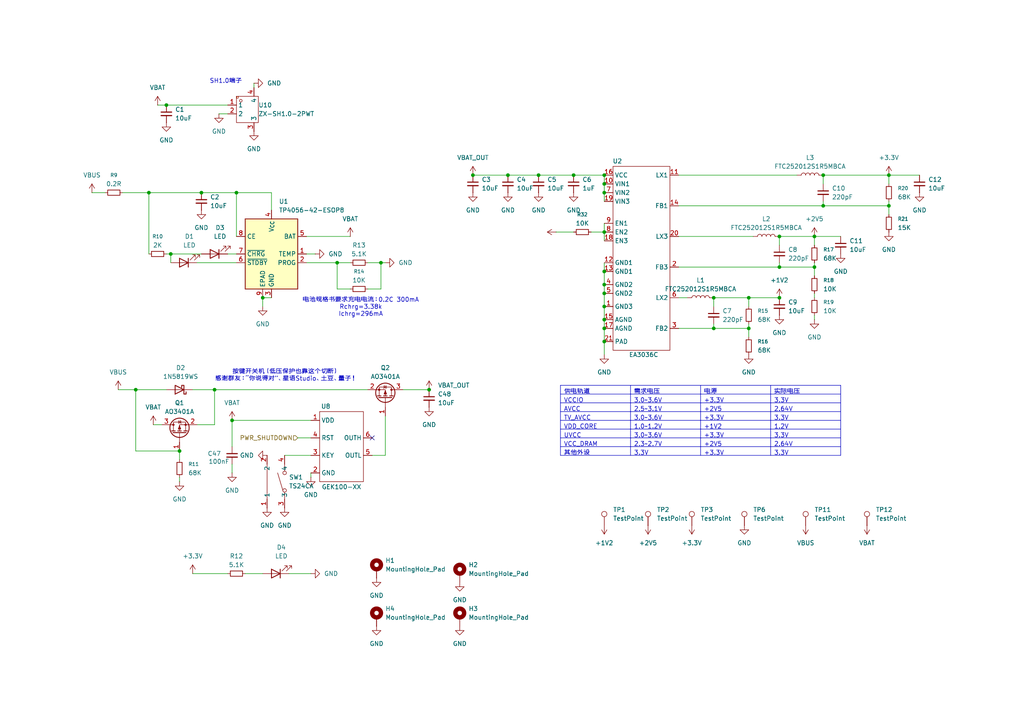
<source format=kicad_sch>
(kicad_sch (version 20250114) (generator "eeschema") (generator_version "9.0")
  (paper "A4")
  (title_block (title "明日方舟电子通行证") (date "2025-11-26") (rev "V0.3.1") (company "Shirogane Tsumugi") (comment 1 "V0.3 添加屏幕兼容接口，添加SD卡槽，优化布线") (comment 2 "V0.3.1 BUG修复") (comment 3 "土豆、星语Studio、爱莉希雅、所有复刻群友的支持！") (comment 4 "V0.3.2 生产优化。特别感谢：（不分先后）和光、薄云、烟雨、WXNA、"))
  (lib_symbols
    (symbol "Battery_Management:TP4056-42-ESOP8"
      (property "Reference" "U" (at -6.604 11.684 0))
      (property "Value" "TP4056-42-ESOP8" (at 10.16 11.684 0))
      (symbol "TP4056-42-ESOP8_1_0"
        (pin input line (at -10.16 5.08 0) (length 2.54) (name "CE") (number "8"))
        (pin open_collector line (at -10.16 0 0) (length 2.54) (name "~{CHRG}") (number "7"))
        (pin open_collector line (at -10.16 -2.54 0) (length 2.54) (name "~{STDBY}") (number "6"))
        (pin passive line (at -2.54 -12.7 90) (length 2.54) (name "EPAD") (number "9"))
        (pin power_in line (at 0 12.7 270) (length 2.54) (name "V_{CC}") (number "4"))
        (pin power_in line (at 0 -12.7 90) (length 2.54) (name "GND") (number "3"))
        (pin power_out line (at 10.16 5.08 180) (length 2.54) (name "BAT") (number "5"))
        (pin input line (at 10.16 0 180) (length 2.54) (name "TEMP") (number "1"))
        (pin passive line (at 10.16 -2.54 180) (length 2.54) (name "PROG") (number "2"))
      )
      (symbol "TP4056-42-ESOP8_1_1"
        (rectangle (start -7.62 10.16) (end 7.62 -10.16) (stroke (width 0.254)) (fill (type background)))
      )
    )
    (symbol "Connector:TestPoint" (pin_numbers (hide yes)) (pin_names (offset 0.762) (hide yes))
      (property "Reference" "TP" (at 0 6.858 0))
      (property "Value" "TestPoint" (at 0 5.08 0))
      (symbol "TestPoint_0_1"
        (circle (center 0 3.302) (radius 0.762))
      )
      (symbol "TestPoint_1_1"
        (pin passive line (at 0 0 90) (length 2.54) (name "1") (number "1"))
      )
    )
    (symbol "Device:C_Small" (pin_numbers (hide yes)) (pin_names (offset 0.254) (hide yes))
      (property "Reference" "C" (at 0.254 1.778 0))
      (property "Value" "C_Small" (at 0.254 -2.032 0))
      (symbol "C_Small_0_1"
        (polyline (pts (xy -1.524 0.508) (xy 1.524 0.508)) (stroke (width 0.3048)))
        (polyline (pts (xy -1.524 -0.508) (xy 1.524 -0.508)) (stroke (width 0.3302)))
      )
      (symbol "C_Small_1_1"
        (pin passive line (at 0 2.54 270) (length 2.032) (name "~") (number "1"))
        (pin passive line (at 0 -2.54 90) (length 2.032) (name "~") (number "2"))
      )
    )
    (symbol "Device:L" (pin_numbers (hide yes)) (pin_names (offset 1.016) (hide yes))
      (property "Reference" "L" (at -1.27 0 90))
      (property "Value" "L" (at 1.905 0 90))
      (symbol "L_0_1"
        (arc (start 0 2.54) (mid 0.6323 1.905) (end 0 1.27))
        (arc (start 0 1.27) (mid 0.6323 0.635) (end 0 0))
        (arc (start 0 0) (mid 0.6323 -0.635) (end 0 -1.27))
        (arc (start 0 -1.27) (mid 0.6323 -1.905) (end 0 -2.54))
      )
      (symbol "L_1_1"
        (pin passive line (at 0 3.81 270) (length 1.27) (name "1") (number "1"))
        (pin passive line (at 0 -3.81 90) (length 1.27) (name "2") (number "2"))
      )
    )
    (symbol "Device:LED" (pin_numbers (hide yes)) (pin_names (offset 1.016) (hide yes))
      (property "Reference" "D" (at 0 2.54 0))
      (property "Value" "LED" (at 0 -2.54 0))
      (symbol "LED_0_1"
        (polyline (pts (xy -3.048 -0.762) (xy -4.572 -2.286) (xy -3.81 -2.286) (xy -4.572 -2.286) (xy -4.572 -1.524)))
        (polyline (pts (xy -1.778 -0.762) (xy -3.302 -2.286) (xy -2.54 -2.286) (xy -3.302 -2.286) (xy -3.302 -1.524)))
        (polyline (pts (xy -1.27 0) (xy 1.27 0)))
        (polyline (pts (xy -1.27 -1.27) (xy -1.27 1.27)) (stroke (width 0.254)))
        (polyline (pts (xy 1.27 -1.27) (xy 1.27 1.27) (xy -1.27 0) (xy 1.27 -1.27)) (stroke (width 0.254)))
      )
      (symbol "LED_1_1"
        (pin passive line (at -3.81 0 0) (length 2.54) (name "K") (number "1"))
        (pin passive line (at 3.81 0 180) (length 2.54) (name "A") (number "2"))
      )
    )
    (symbol "Device:R_Small" (pin_numbers (hide yes)) (pin_names (offset 0.254) (hide yes))
      (property "Reference" "R" (at 0 0 90))
      (property "Value" "R_Small" (at 1.778 0 90))
      (symbol "R_Small_0_1"
        (rectangle (start -0.762 1.778) (end 0.762 -1.778) (stroke (width 0.2032)))
      )
      (symbol "R_Small_1_1"
        (pin passive line (at 0 2.54 270) (length 0.762) (name "~") (number "1"))
        (pin passive line (at 0 -2.54 90) (length 0.762) (name "~") (number "2"))
      )
    )
    (symbol "Diode:1N5819WS" (pin_numbers (hide yes)) (pin_names (offset 1.016) (hide yes))
      (property "Reference" "D" (at 0 2.54 0))
      (property "Value" "1N5819WS" (at 0 -2.54 0))
      (symbol "1N5819WS_0_1"
        (polyline (pts (xy -1.905 0.635) (xy -1.905 1.27) (xy -1.27 1.27) (xy -1.27 -1.27) (xy -0.635 -1.27) (xy -0.635 -0.635)) (stroke (width 0.254)))
        (polyline (pts (xy 1.27 1.27) (xy 1.27 -1.27) (xy -1.27 0) (xy 1.27 1.27)) (stroke (width 0.254)))
        (polyline (pts (xy 1.27 0) (xy -1.27 0)))
      )
      (symbol "1N5819WS_1_1"
        (pin passive line (at -3.81 0 0) (length 2.54) (name "K") (number "1"))
        (pin passive line (at 3.81 0 180) (length 2.54) (name "A") (number "2"))
      )
    )
    (symbol "EasyEDA:EA3036C"
      (property "Reference" "U" (at -7.874 33.02 0))
      (property "Value" "EA3036C" (at 0 -22.86 0))
      (symbol "EA3036C_0_1"
        (rectangle (start -8.89 31.75) (end 7.62 -21.59))
        (pin power_in line (at -11.43 29.21 0) (length 2.54) (name "VCC") (number "16"))
        (pin power_in line (at -11.43 26.67 0) (length 2.54) (name "VIN1") (number "10"))
        (pin power_in line (at -11.43 24.13 0) (length 2.54) (name "VIN2") (number "7"))
        (pin power_in line (at -11.43 21.59 0) (length 2.54) (name "VIN3") (number "19"))
        (pin input line (at -11.43 15.24 0) (length 2.54) (name "EN1") (number "9"))
        (pin input line (at -11.43 12.7 0) (length 2.54) (name "EN2") (number "8"))
        (pin input line (at -11.43 10.16 0) (length 2.54) (name "EN3") (number "18"))
        (pin power_in line (at -11.43 3.81 0) (length 2.54) (name "GND1") (number "12"))
        (pin power_in line (at -11.43 1.27 0) (length 2.54) (name "GND1") (number "13"))
        (pin power_in line (at -11.43 -2.54 0) (length 2.54) (name "GND2") (number "4"))
        (pin power_in line (at -11.43 -5.08 0) (length 2.54) (name "GND2") (number "5"))
        (pin power_in line (at -11.43 -8.89 0) (length 2.54) (name "GND3") (number "1"))
        (pin power_in line (at -11.43 -12.7 0) (length 2.54) (name "AGND") (number "15"))
        (pin power_in line (at -11.43 -15.24 0) (length 2.54) (name "AGND") (number "17"))
        (pin power_in line (at -11.43 -19.05 0) (length 2.54) (name "PAD") (number "21"))
        (pin unspecified line (at 10.16 29.21 180) (length 2.54) (name "LX1") (number "11"))
        (pin unspecified line (at 10.16 20.32 180) (length 2.54) (name "FB1") (number "14"))
        (pin unspecified line (at 10.16 11.43 180) (length 2.54) (name "LX3") (number "20"))
        (pin unspecified line (at 10.16 2.54 180) (length 2.54) (name "FB3") (number "2"))
        (pin unspecified line (at 10.16 -6.35 180) (length 2.54) (name "LX2") (number "6"))
        (pin unspecified line (at 10.16 -15.24 180) (length 2.54) (name "FB2") (number "3"))
      )
    )
    (symbol "EasyEDA:ZX-SH1.0-2PWT"
      (property "Reference" "U" (at 0 11.43 0))
      (property "Value" "ZX-SH1.0-2PWT" (at 0 -11.43 0))
      (symbol "ZX-SH1.0-2PWT_0_1"
        (rectangle (start -1.27 3.81) (end -0.76 3.3) (fill (type background)))
        (rectangle (start -1.27 3.81) (end 5.08 -3.81))
        (circle (center 0 2.54) (radius 0.38))
        (pin unspecified line (at -3.81 1.27 0) (length 2.54) (name "1") (number "1"))
        (pin unspecified line (at -3.81 -1.27 0) (length 2.54) (name "2") (number "2"))
        (pin unspecified line (at 3.81 6.35 270) (length 2.54) (name "4") (number "4"))
        (pin unspecified line (at 3.81 -6.35 90) (length 2.54) (name "3") (number "3"))
      )
    )
    (symbol "EasyEDA_old:TS24CA"
      (property "Reference" "SW" (at 0 7.62 0))
      (property "Value" "TS24CA" (at 0 -7.62 0))
      (symbol "TS24CA_0_1"
        (polyline (pts (xy -5.08 2.54) (xy 5.08 2.54)))
        (polyline (pts (xy -3.05 -2.54) (xy -5.08 -2.54)))
        (polyline (pts (xy -2.54 -2.03) (xy 2.54 -0.51) (xy 2.54 -0.51)))
        (circle (center -2.54 -2.54) (radius 0.51))
        (circle (center 2.54 -2.54) (radius 0.51))
        (polyline (pts (xy 3.05 -2.54) (xy 5.08 -2.54)))
        (pin unspecified line (at -7.62 2.54 0) (length 2.54) (name "1") (number "1"))
        (pin unspecified line (at -7.62 -2.54 0) (length 2.54) (name "3") (number "3"))
        (pin unspecified line (at 7.62 -2.54 180) (length 2.54) (name "4") (number "4"))
      )
      (symbol "TS24CA_1_1"
        (pin unspecified line (at 7.62 2.54 180) (length 2.54) (name "2") (number "2"))
      )
    )
    (symbol "Mechanical:MountingHole_Pad" (pin_numbers (hide yes)) (pin_names (offset 1.016) (hide yes)) (in_bom no)
      (property "Reference" "H" (at 0 6.35 0))
      (property "Value" "MountingHole_Pad" (at 0 4.445 0))
      (symbol "MountingHole_Pad_0_1"
        (circle (center 0 1.27) (radius 1.27) (stroke (width 1.27)))
      )
      (symbol "MountingHole_Pad_1_1"
        (pin input line (at 0 -2.54 90) (length 2.54) (name "1") (number "1"))
      )
    )
    (symbol "Transistor_FET:AO3401A" (pin_names (hide yes))
      (property "Reference" "Q" (at 5.08 1.905 0))
      (property "Value" "AO3401A" (at 5.08 0 0))
      (symbol "AO3401A_0_1"
        (polyline (pts (xy 0.254 1.905) (xy 0.254 -1.905)) (stroke (width 0.254)))
        (polyline (pts (xy 0.254 0) (xy -2.54 0)))
        (polyline (pts (xy 0.762 2.286) (xy 0.762 1.27)) (stroke (width 0.254)))
        (polyline (pts (xy 0.762 1.778) (xy 3.302 1.778) (xy 3.302 -1.778) (xy 0.762 -1.778)))
        (polyline (pts (xy 0.762 0.508) (xy 0.762 -0.508)) (stroke (width 0.254)))
        (polyline (pts (xy 0.762 -1.27) (xy 0.762 -2.286)) (stroke (width 0.254)))
        (circle (center 1.651 0) (radius 2.794) (stroke (width 0.254)))
        (polyline (pts (xy 2.286 0) (xy 1.27 0.381) (xy 1.27 -0.381) (xy 2.286 0)) (fill (type outline)))
        (polyline (pts (xy 2.54 2.54) (xy 2.54 1.778)))
        (circle (center 2.54 1.778) (radius 0.254) (fill (type outline)))
        (circle (center 2.54 -1.778) (radius 0.254) (fill (type outline)))
        (polyline (pts (xy 2.54 -2.54) (xy 2.54 0) (xy 0.762 0)))
        (polyline (pts (xy 2.794 -0.508) (xy 2.921 -0.381) (xy 3.683 -0.381) (xy 3.81 -0.254)))
        (polyline (pts (xy 3.302 -0.381) (xy 2.921 0.254) (xy 3.683 0.254) (xy 3.302 -0.381)))
      )
      (symbol "AO3401A_1_1"
        (pin input line (at -5.08 0 0) (length 2.54) (name "G") (number "1"))
        (pin passive line (at 2.54 5.08 270) (length 2.54) (name "D") (number "3"))
        (pin passive line (at 2.54 -5.08 90) (length 2.54) (name "S") (number "2"))
      )
    )
    (symbol "power:+1V2" (power) (pin_numbers (hide yes)) (pin_names (offset 0) (hide yes))
      (property "Value" "+1V2" (at 0 3.556 0))
      (symbol "+1V2_0_1"
        (polyline (pts (xy -0.762 1.27) (xy 0 2.54)))
        (polyline (pts (xy 0 2.54) (xy 0.762 1.27)))
        (polyline (pts (xy 0 0) (xy 0 2.54)))
      )
      (symbol "+1V2_1_1"
        (pin power_in line (at 0 0 90) (length 0) (name "~") (number "1"))
      )
    )
    (symbol "power:+2V5" (power) (pin_numbers (hide yes)) (pin_names (offset 0) (hide yes))
      (property "Value" "+2V5" (at 0 3.556 0))
      (symbol "+2V5_0_1"
        (polyline (pts (xy -0.762 1.27) (xy 0 2.54)))
        (polyline (pts (xy 0 2.54) (xy 0.762 1.27)))
        (polyline (pts (xy 0 0) (xy 0 2.54)))
      )
      (symbol "+2V5_1_1"
        (pin power_in line (at 0 0 90) (length 0) (name "~") (number "1"))
      )
    )
    (symbol "power:+3.3V" (power) (pin_numbers (hide yes)) (pin_names (offset 0) (hide yes))
      (property "Value" "+3.3V" (at 0 3.556 0))
      (symbol "+3.3V_0_1"
        (polyline (pts (xy -0.762 1.27) (xy 0 2.54)))
        (polyline (pts (xy 0 2.54) (xy 0.762 1.27)))
        (polyline (pts (xy 0 0) (xy 0 2.54)))
      )
      (symbol "+3.3V_1_1"
        (pin power_in line (at 0 0 90) (length 0) (name "~") (number "1"))
      )
    )
    (symbol "power:GND" (power) (pin_numbers (hide yes)) (pin_names (offset 0) (hide yes))
      (property "Value" "GND" (at 0 -3.81 0))
      (symbol "GND_0_1"
        (polyline (pts (xy 0 0) (xy 0 -1.27) (xy 1.27 -1.27) (xy 0 -2.54) (xy -1.27 -1.27) (xy 0 -1.27)))
      )
      (symbol "GND_1_1"
        (pin power_in line (at 0 0 270) (length 0) (name "~") (number "1"))
      )
    )
    (symbol "power:VBUS" (power) (pin_numbers (hide yes)) (pin_names (offset 0) (hide yes))
      (property "Value" "VBUS" (at 0 3.556 0))
      (symbol "VBUS_0_1"
        (polyline (pts (xy -0.762 1.27) (xy 0 2.54)))
        (polyline (pts (xy 0 2.54) (xy 0.762 1.27)))
        (polyline (pts (xy 0 0) (xy 0 2.54)))
      )
      (symbol "VBUS_1_1"
        (pin power_in line (at 0 0 90) (length 0) (name "~") (number "1"))
      )
    )
    (symbol "shirogane:GEK100-XX"
      (property "Reference" "U" (at -5.334 11.684 0))
      (property "Value" "GEK100-XX" (at -0.254 -11.43 0))
      (symbol "GEK100-XX_0_1"
        (rectangle (start -6.35 10.16) (end 6.35 -10.16))
      )
      (symbol "GEK100-XX_1_1"
        (pin power_in line (at -8.89 7.62 0) (length 2.54) (name "VDD") (number "1"))
        (pin input line (at -8.89 2.54 0) (length 2.54) (name "RST") (number "4"))
        (pin input line (at -8.89 -2.54 0) (length 2.54) (name "KEY") (number "3"))
        (pin power_in line (at -8.89 -7.62 0) (length 2.54) (name "GND") (number "2"))
        (pin output line (at 8.89 2.54 180) (length 2.54) (name "OUTH") (number "6"))
        (pin output line (at 8.89 -2.54 180) (length 2.54) (name "OUTL") (number "5"))
      )
    )
  )
  (text "按键开关机（低压保护也靠这个切断）\n感谢群友：“你说得对”、星语Studio、土豆、量子！" (at 82.804 108.966 0) (effects (font (size 1.27 1.27))))
  (text "SH1.0端子" (at 65.532 23.622 0) (effects (font (size 1.27 1.27))))
  (text "电池规格书要求充电电流：0.2C 300mA\nRchrg=3.38k\nIchrg=296mA" (at 104.648 89.154 0) (effects (font (size 1.27 1.27))))
  (junction (at 156.21 50.8))
  (junction (at 175.26 50.8))
  (junction (at 238.76 59.69))
  (junction (at 238.76 50.8))
  (junction (at 226.06 68.58))
  (junction (at 207.01 95.25))
  (junction (at 207.01 86.36))
  (junction (at 67.31 121.92))
  (junction (at 49.53 73.66))
  (junction (at 39.37 113.03))
  (junction (at 58.42 55.88))
  (junction (at 97.79 76.2))
  (junction (at 76.2 86.36))
  (junction (at 175.26 88.9))
  (junction (at 175.26 67.31))
  (junction (at 166.37 50.8))
  (junction (at 257.81 59.69))
  (junction (at 236.22 77.47))
  (junction (at 175.26 82.55))
  (junction (at 175.26 85.09))
  (junction (at 175.26 53.34))
  (junction (at 48.26 30.48))
  (junction (at 226.06 77.47))
  (junction (at 137.16 50.8))
  (junction (at 236.22 68.58))
  (junction (at 124.46 113.03))
  (junction (at 68.58 55.88))
  (junction (at 257.81 50.8))
  (junction (at 217.17 95.25))
  (junction (at 175.26 55.88))
  (junction (at 43.18 55.88))
  (junction (at 110.49 76.2))
  (junction (at 147.32 50.8))
  (junction (at 175.26 99.06))
  (junction (at 175.26 92.71))
  (junction (at 62.23 113.03))
  (junction (at 175.26 78.74))
  (junction (at 217.17 86.36))
  (junction (at 226.06 86.36))
  (junction (at 175.26 95.25))
  (junction (at 52.07 130.81))
  (no_connect (at 107.95 127))
  (wire (pts (xy 175.26 50.8) (xy 175.26 53.34)))
  (wire (pts (xy 39.37 113.03) (xy 48.26 113.03)))
  (wire (pts (xy 39.37 130.81) (xy 52.07 130.81)))
  (wire (pts (xy 236.22 68.58) (xy 243.84 68.58)))
  (wire (pts (xy 49.53 73.66) (xy 58.42 73.66)))
  (wire (pts (xy 166.37 67.31) (xy 161.29 67.31)))
  (wire (pts (xy 166.37 50.8) (xy 175.26 50.8)))
  (wire (pts (xy 110.49 83.82) (xy 110.49 76.2)))
  (wire (pts (xy 39.37 113.03) (xy 34.29 113.03)))
  (wire (pts (xy 207.01 86.36) (xy 217.17 86.36)))
  (wire (pts (xy 238.76 50.8) (xy 238.76 53.34)))
  (wire (pts (xy 257.81 50.8) (xy 257.81 53.34)))
  (wire (pts (xy 175.26 82.55) (xy 175.26 85.09)))
  (wire (pts (xy 73.66 24.13) (xy 73.66 25.4)))
  (wire (pts (xy 45.72 30.48) (xy 48.26 30.48)))
  (wire (pts (xy 43.18 55.88) (xy 43.18 73.66)))
  (wire (pts (xy 101.6 83.82) (xy 97.79 83.82)))
  (wire (pts (xy 68.58 55.88) (xy 68.58 68.58)))
  (wire (pts (xy 26.67 55.88) (xy 30.48 55.88)))
  (wire (pts (xy 137.16 50.8) (xy 147.32 50.8)))
  (wire (pts (xy 196.85 68.58) (xy 218.44 68.58)))
  (wire (pts (xy 58.42 55.88) (xy 68.58 55.88)))
  (wire (pts (xy 217.17 93.98) (xy 217.17 95.25)))
  (wire (pts (xy 49.53 73.66) (xy 49.53 76.2)))
  (wire (pts (xy 236.22 68.58) (xy 236.22 71.12)))
  (wire (pts (xy 147.32 50.8) (xy 156.21 50.8)))
  (wire (pts (xy 90.17 137.16) (xy 90.17 138.43)))
  (wire (pts (xy 67.31 137.16) (xy 67.31 134.62)))
  (wire (pts (xy 226.06 68.58) (xy 226.06 71.12)))
  (wire (pts (xy 116.84 113.03) (xy 124.46 113.03)))
  (wire (pts (xy 236.22 92.71) (xy 236.22 91.44)))
  (wire (pts (xy 68.58 55.88) (xy 78.74 55.88)))
  (wire (pts (xy 76.2 88.9) (xy 76.2 86.36)))
  (wire (pts (xy 62.23 123.19) (xy 57.15 123.19)))
  (wire (pts (xy 101.6 68.58) (xy 88.9 68.58)))
  (wire (pts (xy 90.17 166.37) (xy 83.82 166.37)))
  (wire (pts (xy 175.26 53.34) (xy 175.26 55.88)))
  (wire (pts (xy 226.06 68.58) (xy 236.22 68.58)))
  (wire (pts (xy 175.26 64.77) (xy 175.26 67.31)))
  (wire (pts (xy 238.76 59.69) (xy 257.81 59.69)))
  (wire (pts (xy 67.31 129.54) (xy 67.31 121.92)))
  (wire (pts (xy 236.22 77.47) (xy 236.22 80.01)))
  (wire (pts (xy 175.26 67.31) (xy 175.26 69.85)))
  (wire (pts (xy 257.81 50.8) (xy 266.7 50.8)))
  (wire (pts (xy 62.23 113.03) (xy 106.68 113.03)))
  (wire (pts (xy 175.26 92.71) (xy 175.26 95.25)))
  (wire (pts (xy 196.85 59.69) (xy 238.76 59.69)))
  (wire (pts (xy 207.01 95.25) (xy 217.17 95.25)))
  (wire (pts (xy 207.01 86.36) (xy 207.01 88.9)))
  (wire (pts (xy 217.17 86.36) (xy 217.17 88.9)))
  (wire (pts (xy 97.79 76.2) (xy 101.6 76.2)))
  (wire (pts (xy 63.5 33.02) (xy 66.04 33.02)))
  (wire (pts (xy 175.26 99.06) (xy 175.26 102.87)))
  (wire (pts (xy 52.07 133.35) (xy 52.07 130.81)))
  (wire (pts (xy 35.56 55.88) (xy 43.18 55.88)))
  (wire (pts (xy 236.22 76.2) (xy 236.22 77.47)))
  (wire (pts (xy 110.49 76.2) (xy 106.68 76.2)))
  (wire (pts (xy 44.45 123.19) (xy 46.99 123.19)))
  (wire (pts (xy 52.07 139.7) (xy 52.07 138.43)))
  (wire (pts (xy 217.17 95.25) (xy 217.17 97.79)))
  (wire (pts (xy 55.88 166.37) (xy 66.04 166.37)))
  (wire (pts (xy 236.22 86.36) (xy 236.22 85.09)))
  (wire (pts (xy 62.23 113.03) (xy 62.23 123.19)))
  (wire (pts (xy 196.85 77.47) (xy 226.06 77.47)))
  (wire (pts (xy 226.06 86.36) (xy 217.17 86.36)))
  (wire (pts (xy 238.76 50.8) (xy 257.81 50.8)))
  (wire (pts (xy 196.85 95.25) (xy 207.01 95.25)))
  (wire (pts (xy 175.26 85.09) (xy 175.26 88.9)))
  (wire (pts (xy 48.26 73.66) (xy 49.53 73.66)))
  (wire (pts (xy 175.26 78.74) (xy 175.26 82.55)))
  (wire (pts (xy 175.26 55.88) (xy 175.26 58.42)))
  (wire (pts (xy 171.45 67.31) (xy 175.26 67.31)))
  (wire (pts (xy 88.9 76.2) (xy 97.79 76.2)))
  (wire (pts (xy 111.76 120.65) (xy 111.76 132.08)))
  (wire (pts (xy 97.79 83.82) (xy 97.79 76.2)))
  (wire (pts (xy 66.04 73.66) (xy 68.58 73.66)))
  (wire (pts (xy 90.17 127) (xy 86.36 127)))
  (wire (pts (xy 196.85 50.8) (xy 231.14 50.8)))
  (wire (pts (xy 57.15 76.2) (xy 68.58 76.2)))
  (wire (pts (xy 226.06 77.47) (xy 236.22 77.47)))
  (wire (pts (xy 82.55 132.08) (xy 90.17 132.08)))
  (wire (pts (xy 175.26 88.9) (xy 175.26 92.71)))
  (wire (pts (xy 48.26 30.48) (xy 66.04 30.48)))
  (wire (pts (xy 196.85 86.36) (xy 199.39 86.36)))
  (wire (pts (xy 76.2 86.36) (xy 78.74 86.36)))
  (wire (pts (xy 107.95 132.08) (xy 111.76 132.08)))
  (wire (pts (xy 207.01 93.98) (xy 207.01 95.25)))
  (wire (pts (xy 226.06 76.2) (xy 226.06 77.47)))
  (wire (pts (xy 39.37 113.03) (xy 39.37 130.81)))
  (wire (pts (xy 257.81 59.69) (xy 257.81 62.23)))
  (wire (pts (xy 78.74 55.88) (xy 78.74 60.96)))
  (wire (pts (xy 238.76 58.42) (xy 238.76 59.69)))
  (wire (pts (xy 175.26 95.25) (xy 175.26 99.06)))
  (wire (pts (xy 88.9 73.66) (xy 91.44 73.66)))
  (wire (pts (xy 106.68 83.82) (xy 110.49 83.82)))
  (wire (pts (xy 111.76 76.2) (xy 110.49 76.2)))
  (wire (pts (xy 43.18 55.88) (xy 58.42 55.88)))
  (wire (pts (xy 175.26 76.2) (xy 175.26 78.74)))
  (wire (pts (xy 156.21 50.8) (xy 166.37 50.8)))
  (wire (pts (xy 257.81 58.42) (xy 257.81 59.69)))
  (wire (pts (xy 67.31 121.92) (xy 90.17 121.92)))
  (wire (pts (xy 76.2 166.37) (xy 71.12 166.37)))
  (wire (pts (xy 55.88 113.03) (xy 62.23 113.03)))
  (table (column_count 4) (border (external yes) (header yes)) (separators (rows yes) (cols yes)) (column_widths 20.32 20.32 20.32 20.32) (row_heights 2.54 2.54 2.54 2.54 2.54 2.54 2.54 2.54) (cells (table_cell "供电轨道" (at 162.56 111.76 0) (size 20.32 2.54) (margins 0.9525 0.9525 0.9525 0.9525) (span 1 1)) (table_cell "需求电压" (at 182.88 111.76 0) (size 20.32 2.54) (margins 0.9525 0.9525 0.9525 0.9525) (span 1 1)) (table_cell "电源" (at 203.2 111.76 0) (size 20.32 2.54) (margins 0.9525 0.9525 0.9525 0.9525) (span 1 1)) (table_cell "实际电压" (at 223.52 111.76 0) (size 20.32 2.54) (margins 0.9525 0.9525 0.9525 0.9525) (span 1 1)) (table_cell "VCCIO" (at 162.56 114.3 0) (size 20.32 2.54) (margins 0.9525 0.9525 0.9525 0.9525) (span 1 1)) (table_cell "3.0~3.6V" (at 182.88 114.3 0) (size 20.32 2.54) (margins 0.9525 0.9525 0.9525 0.9525) (span 1 1)) (table_cell "+3.3V" (at 203.2 114.3 0) (size 20.32 2.54) (margins 0.9525 0.9525 0.9525 0.9525) (span 1 1)) (table_cell "3.3V" (at 223.52 114.3 0) (size 20.32 2.54) (margins 0.9525 0.9525 0.9525 0.9525) (span 1 1)) (table_cell "AVCC" (at 162.56 116.84 0) (size 20.32 2.54) (margins 0.9525 0.9525 0.9525 0.9525) (span 1 1)) (table_cell "2.5~3.1V" (at 182.88 116.84 0) (size 20.32 2.54) (margins 0.9525 0.9525 0.9525 0.9525) (span 1 1)) (table_cell "+2V5" (at 203.2 116.84 0) (size 20.32 2.54) (margins 0.9525 0.9525 0.9525 0.9525) (span 1 1)) (table_cell "2.64V" (at 223.52 116.84 0) (size 20.32 2.54) (margins 0.9525 0.9525 0.9525 0.9525) (span 1 1)) (table_cell "TV_AVCC" (at 162.56 119.38 0) (size 20.32 2.54) (margins 0.9525 0.9525 0.9525 0.9525) (span 1 1)) (table_cell "3.0~3.6V" (at 182.88 119.38 0) (size 20.32 2.54) (margins 0.9525 0.9525 0.9525 0.9525) (span 1 1)) (table_cell "+3.3V" (at 203.2 119.38 0) (size 20.32 2.54) (margins 0.9525 0.9525 0.9525 0.9525) (span 1 1)) (table_cell "3.3V" (at 223.52 119.38 0) (size 20.32 2.54) (margins 0.9525 0.9525 0.9525 0.9525) (span 1 1)) (table_cell "VDD_CORE" (at 162.56 121.92 0) (size 20.32 2.54) (margins 0.9525 0.9525 0.9525 0.9525) (span 1 1)) (table_cell "1.0~1.2V" (at 182.88 121.92 0) (size 20.32 2.54) (margins 0.9525 0.9525 0.9525 0.9525) (span 1 1)) (table_cell "+1V2" (at 203.2 121.92 0) (size 20.32 2.54) (margins 0.9525 0.9525 0.9525 0.9525) (span 1 1)) (table_cell "1.2V" (at 223.52 121.92 0) (size 20.32 2.54) (margins 0.9525 0.9525 0.9525 0.9525) (span 1 1)) (table_cell "UVCC" (at 162.56 124.46 0) (size 20.32 2.54) (margins 0.9525 0.9525 0.9525 0.9525) (span 1 1)) (table_cell "3.0~3.6V" (at 182.88 124.46 0) (size 20.32 2.54) (margins 0.9525 0.9525 0.9525 0.9525) (span 1 1)) (table_cell "+3.3V" (at 203.2 124.46 0) (size 20.32 2.54) (margins 0.9525 0.9525 0.9525 0.9525) (span 1 1)) (table_cell "3.3V" (at 223.52 124.46 0) (size 20.32 2.54) (margins 0.9525 0.9525 0.9525 0.9525) (span 1 1)) (table_cell "VCC_DRAM" (at 162.56 127 0) (size 20.32 2.54) (margins 0.9525 0.9525 0.9525 0.9525) (span 1 1)) (table_cell "2.3~2.7V" (at 182.88 127 0) (size 20.32 2.54) (margins 0.9525 0.9525 0.9525 0.9525) (span 1 1)) (table_cell "+2V5" (at 203.2 127 0) (size 20.32 2.54) (margins 0.9525 0.9525 0.9525 0.9525) (span 1 1)) (table_cell "2.64V" (at 223.52 127 0) (size 20.32 2.54) (margins 0.9525 0.9525 0.9525 0.9525) (span 1 1)) (table_cell "其他外设" (at 162.56 129.54 0) (size 20.32 2.54) (margins 0.9525 0.9525 0.9525 0.9525) (span 1 1)) (table_cell "3.3V" (at 182.88 129.54 0) (size 20.32 2.54) (margins 0.9525 0.9525 0.9525 0.9525) (span 1 1)) (table_cell "+3.3V" (at 203.2 129.54 0) (size 20.32 2.54) (margins 0.9525 0.9525 0.9525 0.9525) (span 1 1)) (table_cell "3.3V" (at 223.52 129.54 0) (size 20.32 2.54) (margins 0.9525 0.9525 0.9525 0.9525) (span 1 1))))
  (hierarchical_label "PWR_SHUTDOWN" (shape input) (at 86.36 127 180))
  (symbol (lib_id "power:+3.3V") (at 55.88 166.37 0) (unit 1)
    (property "Reference" "#PWR010" (effects (hide yes)))
    (property "Value" "+3.3V" (at 55.88 161.29 0))
    (property "Description" "Power symbol creates a global label with name \"+3.3V\"" (effects (hide yes)))
  )
  (symbol (lib_id "Device:C_Small") (at 226.06 88.9 0) (unit 1)
    (property "Reference" "C9" (at 228.6 87.6362 0) (effects (justify left)))
    (property "Value" "10uF" (at 228.6 90.1762 0) (effects (justify left)))
    (property "Footprint" "Capacitor_SMD:C_0603_1608Metric" (effects (hide yes)))
    (property "Description" "Unpolarized capacitor, small symbol" (effects (hide yes)))
  )
  (symbol (lib_id "power:GND") (at 76.2 88.9 0) (unit 1)
    (property "Reference" "#PWR017" (effects (hide yes)))
    (property "Value" "GND" (at 76.2 93.98 0))
    (property "Description" "Power symbol creates a global label with name \"GND\" , ground" (effects (hide yes)))
  )
  (symbol (lib_id "Connector:TestPoint") (at 175.26 152.4 0) (unit 1)
    (property "Reference" "TP1" (at 177.8 147.8279 0) (effects (justify left)))
    (property "Value" "TestPoint" (at 177.8 150.3679 0) (effects (justify left)))
    (property "Footprint" "TestPoint:TestPoint_Pad_D1.0mm" (effects (hide yes)))
    (property "Description" "test point" (effects (hide yes)))
  )
  (symbol (lib_id "Device:C_Small") (at 266.7 53.34 0) (unit 1)
    (property "Reference" "C12" (at 269.24 52.0762 0) (effects (justify left)))
    (property "Value" "10uF" (at 269.24 54.6162 0) (effects (justify left)))
    (property "Footprint" "Capacitor_SMD:C_0603_1608Metric" (effects (hide yes)))
    (property "Description" "Unpolarized capacitor, small symbol" (effects (hide yes)))
  )
  (symbol (lib_id "Device:L") (at 222.25 68.58 90) (unit 1)
    (property "Reference" "L2" (at 222.25 63.5 90))
    (property "Value" "FTC252012S1R5MBCA" (at 222.25 66.04 90))
    (property "Footprint" "EasyEDA:IND-SMD_L2.5-W2.0-VLS252012CX-150M" (effects (hide yes)))
    (property "Description" "Inductor" (effects (hide yes)))
  )
  (symbol (lib_id "power:GND") (at 63.5 33.02 0) (unit 1)
    (property "Reference" "#PWR016" (effects (hide yes)))
    (property "Value" "GND" (at 63.5 38.1 0))
    (property "Description" "Power symbol creates a global label with name \"GND\" , ground" (effects (hide yes)))
  )
  (symbol (lib_id "Device:L") (at 203.2 86.36 90) (unit 1)
    (property "Reference" "L1" (at 203.2 81.28 90))
    (property "Value" "FTC252012S1R5MBCA" (at 203.2 83.82 90))
    (property "Footprint" "EasyEDA:IND-SMD_L2.5-W2.0-VLS252012CX-150M" (effects (hide yes)))
    (property "Description" "Inductor" (effects (hide yes)))
  )
  (symbol (lib_id "power:GND") (at 266.7 55.88 0) (unit 1)
    (property "Reference" "#PWR037" (effects (hide yes)))
    (property "Value" "GND" (at 266.7 60.96 0))
    (property "Description" "Power symbol creates a global label with name \"GND\" , ground" (effects (hide yes)))
  )
  (symbol (lib_id "Device:C_Small") (at 67.31 132.08 0) (unit 1)
    (property "Reference" "C47" (at 60.198 131.572 0) (effects (justify left)))
    (property "Value" "100nF" (at 60.452 133.858 0) (effects (justify left)))
    (property "Footprint" "Capacitor_SMD:C_0603_1608Metric" (effects (hide yes)))
    (property "Description" "Unpolarized capacitor, small symbol" (effects (hide yes)))
  )
  (symbol (lib_id "power:GND") (at 257.81 67.31 0) (unit 1)
    (property "Reference" "#PWR036" (effects (hide yes)))
    (property "Value" "GND" (at 257.81 72.39 0))
    (property "Description" "Power symbol creates a global label with name \"GND\" , ground" (effects (hide yes)))
  )
  (symbol (lib_id "power:GND") (at 109.22 181.61 0) (mirror y) (unit 1)
    (property "Reference" "#PWR0125" (effects (hide yes)))
    (property "Value" "GND" (at 109.22 186.69 0))
    (property "Description" "Power symbol creates a global label with name \"GND\" , ground" (effects (hide yes)))
  )
  (symbol (lib_id "Device:R_Small") (at 236.22 88.9 180) (unit 1)
    (property "Reference" "R19" (at 238.76 87.6299 0) (effects (font (size 1.016 1.016)) (justify right)))
    (property "Value" "10K" (at 238.76 90.1699 0) (effects (justify right)))
    (property "Footprint" "Resistor_SMD:R_0603_1608Metric" (effects (hide yes)))
    (property "Description" "Resistor, small symbol" (effects (hide yes)))
  )
  (symbol (lib_id "power:GND") (at 82.55 147.32 0) (mirror y) (unit 1)
    (property "Reference" "#PWR0157" (effects (hide yes)))
    (property "Value" "GND" (at 82.55 152.4 0))
    (property "Description" "Power symbol creates a global label with name \"GND\" , ground" (effects (hide yes)))
  )
  (symbol (lib_id "power:GND") (at 67.31 137.16 0) (mirror y) (unit 1)
    (property "Reference" "#PWR0151" (effects (hide yes)))
    (property "Value" "GND" (at 67.31 142.24 0))
    (property "Description" "Power symbol creates a global label with name \"GND\" , ground" (effects (hide yes)))
  )
  (symbol (lib_id "power:+2V5") (at 236.22 68.58 0) (unit 1)
    (property "Reference" "#PWR032" (effects (hide yes)))
    (property "Value" "+2V5" (at 236.22 63.5 0))
    (property "Description" "Power symbol creates a global label with name \"+2V5\"" (effects (hide yes)))
  )
  (symbol (lib_id "power:GND") (at 73.66 24.13 90) (unit 1)
    (property "Reference" "#PWR0113" (effects (hide yes)))
    (property "Value" "GND" (at 77.47 24.1299 90) (effects (justify right)))
    (property "Description" "Power symbol creates a global label with name \"GND\" , ground" (effects (hide yes)))
  )
  (symbol (lib_id "power:GND") (at 109.22 167.64 0) (mirror y) (unit 1)
    (property "Reference" "#PWR0124" (effects (hide yes)))
    (property "Value" "GND" (at 109.22 172.72 0))
    (property "Description" "Power symbol creates a global label with name \"GND\" , ground" (effects (hide yes)))
  )
  (symbol (lib_id "power:GND") (at 90.17 166.37 90) (unit 1)
    (property "Reference" "#PWR018" (effects (hide yes)))
    (property "Value" "GND" (at 93.98 166.3699 90) (effects (justify right)))
    (property "Description" "Power symbol creates a global label with name \"GND\" , ground" (effects (hide yes)))
  )
  (symbol (lib_id "power:GND") (at 226.06 91.44 0) (unit 1)
    (property "Reference" "#PWR031" (effects (hide yes)))
    (property "Value" "GND" (at 226.06 96.52 0))
    (property "Description" "Power symbol creates a global label with name \"GND\" , ground" (effects (hide yes)))
  )
  (symbol (lib_id "Device:R_Small") (at 104.14 83.82 270) (unit 1)
    (property "Reference" "R14" (at 104.14 78.74 90) (effects (font (size 1.016 1.016))))
    (property "Value" "10K" (at 104.14 81.28 90))
    (property "Footprint" "Resistor_SMD:R_0603_1608Metric" (effects (hide yes)))
    (property "Description" "Resistor, small symbol" (effects (hide yes)))
  )
  (symbol (lib_id "power:GND") (at 91.44 73.66 90) (unit 1)
    (property "Reference" "#PWR021" (effects (hide yes)))
    (property "Value" "GND" (at 95.25 73.6599 90) (effects (justify right)))
    (property "Description" "Power symbol creates a global label with name \"GND\" , ground" (effects (hide yes)))
  )
  (symbol (lib_id "Device:R_Small") (at 257.81 64.77 180) (unit 1)
    (property "Reference" "R21" (at 260.35 63.4999 0) (effects (font (size 1.016 1.016)) (justify right)))
    (property "Value" "15K" (at 260.35 66.0399 0) (effects (justify right)))
    (property "Footprint" "Resistor_SMD:R_0603_1608Metric" (effects (hide yes)))
    (property "Description" "Resistor, small symbol" (effects (hide yes)))
  )
  (symbol (lib_id "Device:C_Small") (at 243.84 71.12 0) (unit 1)
    (property "Reference" "C11" (at 246.38 69.8562 0) (effects (justify left)))
    (property "Value" "10uF" (at 246.38 72.3962 0) (effects (justify left)))
    (property "Footprint" "Capacitor_SMD:C_0603_1608Metric" (effects (hide yes)))
    (property "Description" "Unpolarized capacitor, small symbol" (effects (hide yes)))
  )
  (symbol (lib_id "Device:R_Small") (at 45.72 73.66 90) (unit 1)
    (property "Reference" "R10" (at 45.72 68.58 90) (effects (font (size 1.016 1.016))))
    (property "Value" "2K" (at 45.72 71.12 90))
    (property "Footprint" "Resistor_SMD:R_0603_1608Metric" (effects (hide yes)))
    (property "Description" "Resistor, small symbol" (effects (hide yes)))
  )
  (symbol (lib_id "power:GND") (at 90.17 138.43 0) (mirror y) (unit 1)
    (property "Reference" "#PWR0140" (effects (hide yes)))
    (property "Value" "GND" (at 90.17 143.51 0))
    (property "Description" "Power symbol creates a global label with name \"GND\" , ground" (effects (hide yes)))
  )
  (symbol (lib_id "Device:R_Small") (at 217.17 100.33 180) (unit 1)
    (property "Reference" "R16" (at 219.71 99.0599 0) (effects (font (size 1.016 1.016)) (justify right)))
    (property "Value" "68K" (at 219.71 101.5999 0) (effects (justify right)))
    (property "Footprint" "Resistor_SMD:R_0603_1608Metric" (effects (hide yes)))
    (property "Description" "Resistor, small symbol" (effects (hide yes)))
  )
  (symbol (lib_id "power:VBUS") (at 44.45 123.19 0) (unit 1)
    (property "Reference" "#PWR013" (effects (hide yes)))
    (property "Value" "VBAT" (at 44.45 118.11 0))
    (property "Description" "Power symbol creates a global label with name \"VBUS\"" (effects (hide yes)))
  )
  (symbol (lib_id "Connector:TestPoint") (at 233.68 152.4 0) (unit 1)
    (property "Reference" "TP11" (at 236.22 147.8279 0) (effects (justify left)))
    (property "Value" "TestPoint" (at 236.22 150.3679 0) (effects (justify left)))
    (property "Footprint" "TestPoint:TestPoint_Pad_D1.0mm" (effects (hide yes)))
    (property "Description" "test point" (effects (hide yes)))
  )
  (symbol (lib_id "power:VBUS") (at 67.31 121.92 0) (unit 1)
    (property "Reference" "#PWR025" (effects (hide yes)))
    (property "Value" "VBAT" (at 67.31 116.84 0))
    (property "Description" "Power symbol creates a global label with name \"VBUS\"" (effects (hide yes)))
  )
  (symbol (lib_id "power:GND") (at 215.9 152.4 0) (mirror y) (unit 1)
    (property "Reference" "#PWR0101" (effects (hide yes)))
    (property "Value" "GND" (at 215.9 157.48 0))
    (property "Description" "Power symbol creates a global label with name \"GND\" , ground" (effects (hide yes)))
  )
  (symbol (lib_id "Connector:TestPoint") (at 187.96 152.4 0) (unit 1)
    (property "Reference" "TP2" (at 190.5 147.8279 0) (effects (justify left)))
    (property "Value" "TestPoint" (at 190.5 150.3679 0) (effects (justify left)))
    (property "Footprint" "TestPoint:TestPoint_Pad_D1.0mm" (effects (hide yes)))
    (property "Description" "test point" (effects (hide yes)))
  )
  (symbol (lib_id "Mechanical:MountingHole_Pad") (at 109.22 179.07 0) (unit 1) (in_bom no)
    (property "Reference" "H4" (at 111.76 176.5299 0) (effects (justify left)))
    (property "Value" "MountingHole_Pad" (at 111.76 179.0699 0) (effects (justify left)))
    (property "Footprint" "MountingHole:MountingHole_2.7mm_M2.5_DIN965_Pad" (effects (hide yes)))
    (property "Description" "Mounting Hole with connection" (effects (hide yes)))
  )
  (symbol (lib_id "shirogane:GEK100-XX") (at 99.06 129.54 0) (unit 1)
    (property "Reference" "U8" (at 94.488 117.856 0))
    (property "Value" "GEK100-XX" (at 99.06 141.224 0))
    (property "Footprint" "Package_TO_SOT_SMD:SOT-23-6" (effects (hide yes)))
    (property "Description" "GEK100_XX 系列是一款有防抖能力的单按键下降沿触发开关双稳态芯片\n单按键下降沿触发开关双稳态芯片，支持去\n抖，与系统配合支持长按、双击、RST 软复\n位硬关机等功能" (effects (hide yes)))
  )
  (symbol (lib_id "Device:LED") (at 80.01 166.37 180) (unit 1)
    (property "Reference" "D4" (at 81.5975 158.75 0))
    (property "Value" "LED" (at 81.5975 161.29 0))
    (property "Footprint" "LED_SMD:LED_0805_2012Metric" (effects (hide yes)))
    (property "Description" "Light emitting diode" (effects (hide yes)))
    (property "Sim.Pins" "1=K 2=A" (effects (hide yes)))
  )
  (symbol (lib_id "power:GND") (at 124.46 118.11 0) (unit 1)
    (property "Reference" "#PWR0158" (effects (hide yes)))
    (property "Value" "GND" (at 124.46 123.19 0))
    (property "Description" "Power symbol creates a global label with name \"GND\" , ground" (effects (hide yes)))
  )
  (symbol (lib_id "EasyEDA:EA3036C") (at 186.69 80.01 0) (unit 1)
    (property "Reference" "U2" (at 179.07 46.736 0))
    (property "Value" "EA3036C" (at 186.69 102.87 0))
    (property "Footprint" "EasyEDA:WQFN-20_L3.0-W3.0-P0.40-BL-EP" (effects (hide yes)))
    (property "Datasheet" "https://lcsc.com/product-detail/PMIC-Battery-Management_Everanalog-IC-design-EA3036C_C570857.html" (effects (hide yes)))
    (property "LCSC Part" "C570857" (effects (hide yes)))
  )
  (symbol (lib_id "Mechanical:MountingHole_Pad") (at 133.35 179.07 0) (unit 1) (in_bom no)
    (property "Reference" "H3" (at 135.89 176.5299 0) (effects (justify left)))
    (property "Value" "MountingHole_Pad" (at 135.89 179.0699 0) (effects (justify left)))
    (property "Footprint" "MountingHole:MountingHole_2.7mm_M2.5_DIN965_Pad" (effects (hide yes)))
    (property "Description" "Mounting Hole with connection" (effects (hide yes)))
  )
  (symbol (lib_id "Device:R_Small") (at 33.02 55.88 90) (unit 1)
    (property "Reference" "R9" (at 33.02 50.8 90) (effects (font (size 1.016 1.016))))
    (property "Value" "0.2R" (at 33.02 53.34 90))
    (property "Footprint" "Resistor_SMD:R_0805_2012Metric" (effects (hide yes)))
    (property "Description" "Resistor, small symbol" (effects (hide yes)))
  )
  (symbol (lib_id "power:GND") (at 147.32 55.88 0) (unit 1)
    (property "Reference" "#PWR024" (effects (hide yes)))
    (property "Value" "GND" (at 147.32 60.96 0))
    (property "Description" "Power symbol creates a global label with name \"GND\" , ground" (effects (hide yes)))
  )
  (symbol (lib_id "Device:L") (at 234.95 50.8 90) (unit 1)
    (property "Reference" "L3" (at 234.95 45.72 90))
    (property "Value" "FTC252012S1R5MBCA" (at 234.95 48.26 90))
    (property "Footprint" "EasyEDA:IND-SMD_L2.5-W2.0-VLS252012CX-150M" (effects (hide yes)))
    (property "Description" "Inductor" (effects (hide yes)))
  )
  (symbol (lib_id "Battery_Management:TP4056-42-ESOP8") (at 78.74 73.66 0) (unit 1)
    (property "Reference" "U1" (at 80.8833 58.42 0) (effects (justify left)))
    (property "Value" "TP4056-42-ESOP8" (at 80.8833 60.96 0) (effects (justify left)))
    (property "Footprint" "Package_SO:SOIC-8-1EP_3.9x4.9mm_P1.27mm_EP2.41x3.3mm_ThermalVias" (effects (hide yes)))
    (property "Datasheet" "https://www.lcsc.com/datasheet/lcsc_datasheet_2410121619_TOPPOWER-Nanjing-Extension-Microelectronics-TP4056-42-ESOP8_C16581.pdf" (effects (hide yes)))
    (property "Description" "1A Standalone Linear Li-ion/LiPo single-cell battery charger, 4.2V ±1% charge voltage, VCC = 4.0..8.0V, SOIC-8 (SOP-8)" (effects (hide yes)))
  )
  (symbol (lib_id "power:+1V2") (at 226.06 86.36 0) (unit 1)
    (property "Reference" "#PWR030" (effects (hide yes)))
    (property "Value" "+1V2" (at 226.06 81.28 0))
    (property "Description" "Power symbol creates a global label with name \"+1V2\"" (effects (hide yes)))
  )
  (symbol (lib_id "EasyEDA_old:TS24CA") (at 80.01 139.7 90) (unit 1)
    (property "Reference" "SW1" (at 83.82 138.4299 90) (effects (justify right)))
    (property "Value" "TS24CA" (at 83.82 140.9699 90) (effects (justify right)))
    (property "Footprint" "EasyEDA:SW-SMD_TS24CA" (effects (hide yes)))
    (property "Datasheet" "https://lcsc.com/product-detail/Tactile-Switches_SHOU-HAN-TS24CA_C393942.html" (effects (hide yes)))
    (property "LCSC Part" "C393942" (effects (hide yes)))
  )
  (symbol (lib_id "power:GND") (at 236.22 92.71 0) (unit 1)
    (property "Reference" "#PWR033" (effects (hide yes)))
    (property "Value" "GND" (at 236.22 97.79 0))
    (property "Description" "Power symbol creates a global label with name \"GND\" , ground" (effects (hide yes)))
  )
  (symbol (lib_id "Device:R_Small") (at 236.22 73.66 180) (unit 1)
    (property "Reference" "R17" (at 238.76 72.3899 0) (effects (font (size 1.016 1.016)) (justify right)))
    (property "Value" "68K" (at 238.76 74.9299 0) (effects (justify right)))
    (property "Footprint" "Resistor_SMD:R_0603_1608Metric" (effects (hide yes)))
    (property "Description" "Resistor, small symbol" (effects (hide yes)))
  )
  (symbol (lib_id "Device:R_Small") (at 168.91 67.31 270) (unit 1)
    (property "Reference" "R32" (at 168.91 62.23 90) (effects (font (size 1.016 1.016))))
    (property "Value" "10K" (at 168.91 64.77 90))
    (property "Footprint" "Resistor_SMD:R_0603_1608Metric" (effects (hide yes)))
    (property "Description" "Resistor, small symbol" (effects (hide yes)))
  )
  (symbol (lib_id "power:VBUS") (at 45.72 30.48 0) (unit 1)
    (property "Reference" "#PWR011" (effects (hide yes)))
    (property "Value" "VBAT" (at 45.72 25.4 0))
    (property "Description" "Power symbol creates a global label with name \"VBUS\"" (effects (hide yes)))
  )
  (symbol (lib_id "Device:R_Small") (at 52.07 135.89 180) (unit 1)
    (property "Reference" "R11" (at 54.61 134.6199 0) (effects (font (size 1.016 1.016)) (justify right)))
    (property "Value" "68K" (at 54.61 137.1599 0) (effects (justify right)))
    (property "Footprint" "Resistor_SMD:R_0603_1608Metric" (effects (hide yes)))
    (property "Description" "Resistor, small symbol" (effects (hide yes)))
  )
  (symbol (lib_id "power:GND") (at 133.35 181.61 0) (mirror y) (unit 1)
    (property "Reference" "#PWR0122" (effects (hide yes)))
    (property "Value" "GND" (at 133.35 186.69 0))
    (property "Description" "Power symbol creates a global label with name \"GND\" , ground" (effects (hide yes)))
  )
  (symbol (lib_id "power:VBUS") (at 101.6 68.58 0) (unit 1)
    (property "Reference" "#PWR020" (effects (hide yes)))
    (property "Value" "VBAT" (at 101.6 63.5 0))
    (property "Description" "Power symbol creates a global label with name \"VBUS\"" (effects (hide yes)))
  )
  (symbol (lib_id "Diode:1N5819WS") (at 52.07 113.03 180) (unit 1)
    (property "Reference" "D2" (at 52.3875 106.68 0))
    (property "Value" "1N5819WS" (at 52.3875 109.22 0))
    (property "Footprint" "Diode_SMD:D_SOD-323" (effects (hide yes)))
    (property "Datasheet" "https://datasheet.lcsc.com/lcsc/2204281430_Guangdong-Hottech-1N5819WS_C191023.pdf" (effects (hide yes)))
    (property "Description" "40V 600mV@1A 1A SOD-323 Schottky Barrier Diodes, SOD-323" (effects (hide yes)))
  )
  (symbol (lib_id "power:GND") (at 111.76 76.2 90) (unit 1)
    (property "Reference" "#PWR0153" (effects (hide yes)))
    (property "Value" "GND" (at 115.57 76.1999 90) (effects (justify right)))
    (property "Description" "Power symbol creates a global label with name \"GND\" , ground" (effects (hide yes)))
  )
  (symbol (lib_id "power:+1V2") (at 175.26 152.4 0) (mirror x) (unit 1)
    (property "Reference" "#PWR093" (effects (hide yes)))
    (property "Value" "+1V2" (at 175.26 157.48 0))
    (property "Description" "Power symbol creates a global label with name \"+1V2\"" (effects (hide yes)))
  )
  (symbol (lib_id "power:+2V5") (at 187.96 152.4 0) (mirror x) (unit 1)
    (property "Reference" "#PWR096" (effects (hide yes)))
    (property "Value" "+2V5" (at 187.96 157.48 0))
    (property "Description" "Power symbol creates a global label with name \"+2V5\"" (effects (hide yes)))
  )
  (symbol (lib_id "Device:C_Small") (at 124.46 115.57 0) (unit 1)
    (property "Reference" "C48" (at 127 114.3062 0) (effects (justify left)))
    (property "Value" "10uF" (at 127 116.8462 0) (effects (justify left)))
    (property "Footprint" "Capacitor_SMD:C_0603_1608Metric" (effects (hide yes)))
    (property "Description" "Unpolarized capacitor, small symbol" (effects (hide yes)))
  )
  (symbol (lib_id "Device:C_Small") (at 48.26 33.02 0) (unit 1)
    (property "Reference" "C1" (at 50.8 31.7562 0) (effects (justify left)))
    (property "Value" "10uF" (at 50.8 34.2962 0) (effects (justify left)))
    (property "Footprint" "Capacitor_SMD:C_0603_1608Metric" (effects (hide yes)))
    (property "Description" "Unpolarized capacitor, small symbol" (effects (hide yes)))
  )
  (symbol (lib_id "Mechanical:MountingHole_Pad") (at 133.35 166.37 0) (unit 1) (in_bom no)
    (property "Reference" "H2" (at 135.89 163.8299 0) (effects (justify left)))
    (property "Value" "MountingHole_Pad" (at 135.89 166.3699 0) (effects (justify left)))
    (property "Footprint" "MountingHole:MountingHole_2.7mm_M2.5_DIN965_Pad" (effects (hide yes)))
    (property "Description" "Mounting Hole with connection" (effects (hide yes)))
  )
  (symbol (lib_id "Device:R_Small") (at 68.58 166.37 90) (unit 1)
    (property "Reference" "R12" (at 68.58 161.29 90))
    (property "Value" "5.1K" (at 68.58 163.83 90))
    (property "Footprint" "Resistor_SMD:R_0603_1608Metric" (effects (hide yes)))
    (property "Description" "Resistor, small symbol" (effects (hide yes)))
  )
  (symbol (lib_id "power:GND") (at 137.16 55.88 0) (unit 1)
    (property "Reference" "#PWR023" (effects (hide yes)))
    (property "Value" "GND" (at 137.16 60.96 0))
    (property "Description" "Power symbol creates a global label with name \"GND\" , ground" (effects (hide yes)))
  )
  (symbol (lib_id "Device:C_Small") (at 137.16 53.34 0) (unit 1)
    (property "Reference" "C3" (at 139.7 52.0762 0) (effects (justify left)))
    (property "Value" "10uF" (at 139.7 54.6162 0) (effects (justify left)))
    (property "Footprint" "Capacitor_SMD:C_0603_1608Metric" (effects (hide yes)))
    (property "Description" "Unpolarized capacitor, small symbol" (effects (hide yes)))
  )
  (symbol (lib_id "Device:C_Small") (at 207.01 91.44 0) (unit 1)
    (property "Reference" "C7" (at 209.55 90.1762 0) (effects (justify left)))
    (property "Value" "220pF" (at 209.55 92.7162 0) (effects (justify left)))
    (property "Footprint" "Capacitor_SMD:C_0603_1608Metric" (effects (hide yes)))
    (property "Description" "Unpolarized capacitor, small symbol" (effects (hide yes)))
  )
  (symbol (lib_id "Device:C_Small") (at 238.76 55.88 0) (unit 1)
    (property "Reference" "C10" (at 241.3 54.6162 0) (effects (justify left)))
    (property "Value" "220pF" (at 241.3 57.1562 0) (effects (justify left)))
    (property "Footprint" "Capacitor_SMD:C_0603_1608Metric" (effects (hide yes)))
    (property "Description" "Unpolarized capacitor, small symbol" (effects (hide yes)))
  )
  (symbol (lib_id "Device:R_Small") (at 236.22 82.55 180) (unit 1)
    (property "Reference" "R18" (at 238.76 81.2799 0) (effects (font (size 1.016 1.016)) (justify right)))
    (property "Value" "10K" (at 238.76 83.8199 0) (effects (justify right)))
    (property "Footprint" "Resistor_SMD:R_0603_1608Metric" (effects (hide yes)))
    (property "Description" "Resistor, small symbol" (effects (hide yes)))
  )
  (symbol (lib_id "power:VBUS") (at 233.68 152.4 180) (unit 1)
    (property "Reference" "#PWR0121" (effects (hide yes)))
    (property "Value" "VBUS" (at 233.68 157.48 0))
    (property "Description" "Power symbol creates a global label with name \"VBUS\"" (effects (hide yes)))
  )
  (symbol (lib_id "Connector:TestPoint") (at 200.66 152.4 0) (unit 1)
    (property "Reference" "TP3" (at 203.2 147.8279 0) (effects (justify left)))
    (property "Value" "TestPoint" (at 203.2 150.3679 0) (effects (justify left)))
    (property "Footprint" "TestPoint:TestPoint_Pad_D1.0mm" (effects (hide yes)))
    (property "Description" "test point" (effects (hide yes)))
  )
  (symbol (lib_id "power:GND") (at 156.21 55.88 0) (unit 1)
    (property "Reference" "#PWR026" (effects (hide yes)))
    (property "Value" "GND" (at 156.21 60.96 0))
    (property "Description" "Power symbol creates a global label with name \"GND\" , ground" (effects (hide yes)))
  )
  (symbol (lib_id "power:GND") (at 58.42 60.96 0) (unit 1)
    (property "Reference" "#PWR014" (effects (hide yes)))
    (property "Value" "GND" (at 58.42 66.04 0))
    (property "Description" "Power symbol creates a global label with name \"GND\" , ground" (effects (hide yes)))
  )
  (symbol (lib_id "Transistor_FET:AO3401A") (at 52.07 125.73 90) (unit 1)
    (property "Reference" "Q1" (at 52.07 116.84 90))
    (property "Value" "AO3401A" (at 52.07 119.38 90))
    (property "Footprint" "Package_TO_SOT_SMD:SOT-23" (effects (hide yes)))
    (property "Datasheet" "http://www.aosmd.com/pdfs/datasheet/AO3401A.pdf" (effects (hide yes)))
    (property "Description" "-4.0A Id, -30V Vds, P-Channel MOSFET, SOT-23" (effects (hide yes)))
  )
  (symbol (lib_id "power:GND") (at 77.47 132.08 270) (mirror x) (unit 1)
    (property "Reference" "#PWR0156" (effects (hide yes)))
    (property "Value" "GND" (at 73.66 132.0799 90) (effects (justify right)))
    (property "Description" "Power symbol creates a global label with name \"GND\" , ground" (effects (hide yes)))
  )
  (symbol (lib_id "Connector:TestPoint") (at 215.9 152.4 0) (unit 1)
    (property "Reference" "TP6" (at 218.44 147.8279 0) (effects (justify left)))
    (property "Value" "TestPoint" (at 218.44 150.3679 0) (effects (justify left)))
    (property "Footprint" "TestPoint:TestPoint_Pad_D1.0mm" (effects (hide yes)))
    (property "Description" "test point" (effects (hide yes)))
  )
  (symbol (lib_id "Device:C_Small") (at 166.37 53.34 0) (unit 1)
    (property "Reference" "C6" (at 168.91 52.0762 0) (effects (justify left)))
    (property "Value" "1uF" (at 168.91 54.6162 0) (effects (justify left)))
    (property "Footprint" "Capacitor_SMD:C_0603_1608Metric" (effects (hide yes)))
    (property "Description" "Unpolarized capacitor, small symbol" (effects (hide yes)))
  )
  (symbol (lib_id "Device:R_Small") (at 104.14 76.2 90) (unit 1)
    (property "Reference" "R13" (at 104.14 71.12 90))
    (property "Value" "5.1K" (at 104.14 73.66 90))
    (property "Footprint" "Resistor_SMD:R_0603_1608Metric" (effects (hide yes)))
    (property "Description" "Resistor, small symbol" (effects (hide yes)))
  )
  (symbol (lib_id "Device:R_Small") (at 217.17 91.44 0) (unit 1)
    (property "Reference" "R15" (at 219.71 90.1699 0) (effects (font (size 1.016 1.016)) (justify left)))
    (property "Value" "68K" (at 219.71 92.7099 0) (effects (justify left)))
    (property "Footprint" "Resistor_SMD:R_0603_1608Metric" (effects (hide yes)))
    (property "Description" "Resistor, small symbol" (effects (hide yes)))
  )
  (symbol (lib_id "power:GND") (at 73.66 38.1 0) (unit 1)
    (property "Reference" "#PWR091" (effects (hide yes)))
    (property "Value" "GND" (at 73.66 43.18 0))
    (property "Description" "Power symbol creates a global label with name \"GND\" , ground" (effects (hide yes)))
  )
  (symbol (lib_id "Device:R_Small") (at 257.81 55.88 180) (unit 1)
    (property "Reference" "R20" (at 260.35 54.6099 0) (effects (font (size 1.016 1.016)) (justify right)))
    (property "Value" "68K" (at 260.35 57.1499 0) (effects (justify right)))
    (property "Footprint" "Resistor_SMD:R_0603_1608Metric" (effects (hide yes)))
    (property "Description" "Resistor, small symbol" (effects (hide yes)))
  )
  (symbol (lib_id "Device:C_Small") (at 226.06 73.66 0) (unit 1)
    (property "Reference" "C8" (at 228.6 72.3962 0) (effects (justify left)))
    (property "Value" "220pF" (at 228.6 74.9362 0) (effects (justify left)))
    (property "Footprint" "Capacitor_SMD:C_0603_1608Metric" (effects (hide yes)))
    (property "Description" "Unpolarized capacitor, small symbol" (effects (hide yes)))
  )
  (symbol (lib_id "power:VBUS") (at 137.16 50.8 0) (unit 1)
    (property "Reference" "#PWR022" (effects (hide yes)))
    (property "Value" "VBAT_OUT" (at 137.16 45.72 0))
    (property "Description" "Power symbol creates a global label with name \"VBUS\"" (effects (hide yes)))
  )
  (symbol (lib_id "power:GND") (at 217.17 102.87 0) (unit 1)
    (property "Reference" "#PWR029" (effects (hide yes)))
    (property "Value" "GND" (at 217.17 107.95 0))
    (property "Description" "Power symbol creates a global label with name \"GND\" , ground" (effects (hide yes)))
  )
  (symbol (lib_id "power:VBUS") (at 161.29 67.31 90) (unit 1)
    (property "Reference" "#PWR0154" (effects (hide yes)))
    (property "Value" "VBAT_OUT" (effects (hide yes)))
    (property "Description" "Power symbol creates a global label with name \"VBUS\"" (effects (hide yes)))
  )
  (symbol (lib_id "power:GND") (at 133.35 168.91 0) (mirror y) (unit 1)
    (property "Reference" "#PWR0123" (effects (hide yes)))
    (property "Value" "GND" (at 133.35 173.99 0))
    (property "Description" "Power symbol creates a global label with name \"GND\" , ground" (effects (hide yes)))
  )
  (symbol (lib_id "Device:C_Small") (at 147.32 53.34 0) (unit 1)
    (property "Reference" "C4" (at 149.86 52.0762 0) (effects (justify left)))
    (property "Value" "10uF" (at 149.86 54.6162 0) (effects (justify left)))
    (property "Footprint" "Capacitor_SMD:C_0603_1608Metric" (effects (hide yes)))
    (property "Description" "Unpolarized capacitor, small symbol" (effects (hide yes)))
  )
  (symbol (lib_id "power:VBUS") (at 34.29 113.03 0) (unit 1)
    (property "Reference" "#PWR09" (effects (hide yes)))
    (property "Value" "VBUS" (at 34.29 107.95 0))
    (property "Description" "Power symbol creates a global label with name \"VBUS\"" (effects (hide yes)))
  )
  (symbol (lib_id "power:GND") (at 48.26 35.56 0) (unit 1)
    (property "Reference" "#PWR012" (effects (hide yes)))
    (property "Value" "GND" (at 48.26 40.64 0))
    (property "Description" "Power symbol creates a global label with name \"GND\" , ground" (effects (hide yes)))
  )
  (symbol (lib_id "power:GND") (at 243.84 73.66 0) (unit 1)
    (property "Reference" "#PWR034" (effects (hide yes)))
    (property "Value" "GND" (at 243.84 78.74 0))
    (property "Description" "Power symbol creates a global label with name \"GND\" , ground" (effects (hide yes)))
  )
  (symbol (lib_id "power:GND") (at 77.47 147.32 0) (mirror y) (unit 1)
    (property "Reference" "#PWR0155" (effects (hide yes)))
    (property "Value" "GND" (at 77.47 152.4 0))
    (property "Description" "Power symbol creates a global label with name \"GND\" , ground" (effects (hide yes)))
  )
  (symbol (lib_id "power:GND") (at 175.26 102.87 0) (unit 1)
    (property "Reference" "#PWR028" (effects (hide yes)))
    (property "Value" "GND" (at 175.26 107.95 0))
    (property "Description" "Power symbol creates a global label with name \"GND\" , ground" (effects (hide yes)))
  )
  (symbol (lib_id "Device:LED") (at 62.23 73.66 180) (unit 1)
    (property "Reference" "D3" (at 63.8175 66.04 0))
    (property "Value" "LED" (at 63.8175 68.58 0))
    (property "Footprint" "LED_SMD:LED_0805_2012Metric" (effects (hide yes)))
    (property "Description" "Light emitting diode" (effects (hide yes)))
    (property "Sim.Pins" "1=K 2=A" (effects (hide yes)))
  )
  (symbol (lib_id "Transistor_FET:AO3401A") (at 111.76 115.57 270) (mirror x) (unit 1)
    (property "Reference" "Q2" (at 111.76 106.68 90))
    (property "Value" "AO3401A" (at 111.76 109.22 90))
    (property "Footprint" "Package_TO_SOT_SMD:SOT-23" (effects (hide yes)))
    (property "Datasheet" "http://www.aosmd.com/pdfs/datasheet/AO3401A.pdf" (effects (hide yes)))
    (property "Description" "-4.0A Id, -30V Vds, P-Channel MOSFET, SOT-23" (effects (hide yes)))
  )
  (symbol (lib_id "Connector:TestPoint") (at 251.46 152.4 0) (unit 1)
    (property "Reference" "TP12" (at 254 147.8279 0) (effects (justify left)))
    (property "Value" "TestPoint" (at 254 150.3679 0) (effects (justify left)))
    (property "Footprint" "TestPoint:TestPoint_Pad_D1.0mm" (effects (hide yes)))
    (property "Description" "test point" (effects (hide yes)))
  )
  (symbol (lib_id "power:GND") (at 52.07 139.7 0) (unit 1)
    (property "Reference" "#PWR015" (effects (hide yes)))
    (property "Value" "GND" (at 52.07 144.78 0))
    (property "Description" "Power symbol creates a global label with name \"GND\" , ground" (effects (hide yes)))
  )
  (symbol (lib_id "Device:LED") (at 53.34 76.2 180) (unit 1)
    (property "Reference" "D1" (at 54.9275 68.58 0))
    (property "Value" "LED" (at 54.9275 71.12 0))
    (property "Footprint" "LED_SMD:LED_0805_2012Metric" (effects (hide yes)))
    (property "Description" "Light emitting diode" (effects (hide yes)))
    (property "Sim.Pins" "1=K 2=A" (effects (hide yes)))
  )
  (symbol (lib_id "power:GND") (at 166.37 55.88 0) (unit 1)
    (property "Reference" "#PWR027" (effects (hide yes)))
    (property "Value" "GND" (at 166.37 60.96 0))
    (property "Description" "Power symbol creates a global label with name \"GND\" , ground" (effects (hide yes)))
  )
  (symbol (lib_id "power:VBUS") (at 124.46 113.03 0) (unit 1)
    (property "Reference" "#PWR019" (effects (hide yes)))
    (property "Value" "VBAT_OUT" (at 127 111.7599 0) (effects (justify left)))
    (property "Description" "Power symbol creates a global label with name \"VBUS\"" (effects (hide yes)))
  )
  (symbol (lib_id "EasyEDA:ZX-SH1.0-2PWT") (at 69.85 31.75 0) (unit 1)
    (property "Reference" "U10" (at 74.93 30.4799 0) (effects (justify left)))
    (property "Value" "ZX-SH1.0-2PWT" (at 74.93 33.0199 0) (effects (justify left)))
    (property "Footprint" "EasyEDA:CONN-SMD_2P-P1.00_HX-1.0-2P-WT" (effects (hide yes)))
    (property "LCSC Part" "C7430444" (effects (hide yes)))
  )
  (symbol (lib_id "Device:C_Small") (at 58.42 58.42 0) (unit 1)
    (property "Reference" "C2" (at 60.96 57.1562 0) (effects (justify left)))
    (property "Value" "10uF" (at 60.96 59.6962 0) (effects (justify left)))
    (property "Footprint" "Capacitor_SMD:C_0603_1608Metric" (effects (hide yes)))
    (property "Description" "Unpolarized capacitor, small symbol" (effects (hide yes)))
  )
  (symbol (lib_id "power:VBUS") (at 26.67 55.88 0) (unit 1)
    (property "Reference" "#PWR08" (effects (hide yes)))
    (property "Value" "VBUS" (at 26.67 50.8 0))
    (property "Description" "Power symbol creates a global label with name \"VBUS\"" (effects (hide yes)))
  )
  (symbol (lib_id "Device:C_Small") (at 156.21 53.34 0) (unit 1)
    (property "Reference" "C5" (at 158.75 52.0762 0) (effects (justify left)))
    (property "Value" "10uF" (at 158.75 54.6162 0) (effects (justify left)))
    (property "Footprint" "Capacitor_SMD:C_0603_1608Metric" (effects (hide yes)))
    (property "Description" "Unpolarized capacitor, small symbol" (effects (hide yes)))
  )
  (symbol (lib_id "Mechanical:MountingHole_Pad") (at 109.22 165.1 0) (unit 1) (in_bom no)
    (property "Reference" "H1" (at 111.76 162.5599 0) (effects (justify left)))
    (property "Value" "MountingHole_Pad" (at 111.76 165.0999 0) (effects (justify left)))
    (property "Footprint" "MountingHole:MountingHole_2.7mm_M2.5_DIN965_Pad" (effects (hide yes)))
    (property "Description" "Mounting Hole with connection" (effects (hide yes)))
  )
  (symbol (lib_id "power:+3.3V") (at 200.66 152.4 0) (mirror x) (unit 1)
    (property "Reference" "#PWR097" (effects (hide yes)))
    (property "Value" "+3.3V" (at 200.66 157.48 0))
    (property "Description" "Power symbol creates a global label with name \"+3.3V\"" (effects (hide yes)))
  )
  (symbol (lib_id "power:VBUS") (at 251.46 152.4 180) (unit 1)
    (property "Reference" "#PWR0152" (effects (hide yes)))
    (property "Value" "VBAT" (at 251.46 157.48 0))
    (property "Description" "Power symbol creates a global label with name \"VBUS\"" (effects (hide yes)))
  )
  (symbol (lib_id "power:+3.3V") (at 257.81 50.8 0) (unit 1)
    (property "Reference" "#PWR035" (effects (hide yes)))
    (property "Value" "+3.3V" (at 257.81 45.72 0))
    (property "Description" "Power symbol creates a global label with name \"+3.3V\"" (effects (hide yes)))
  )
)
</source>
